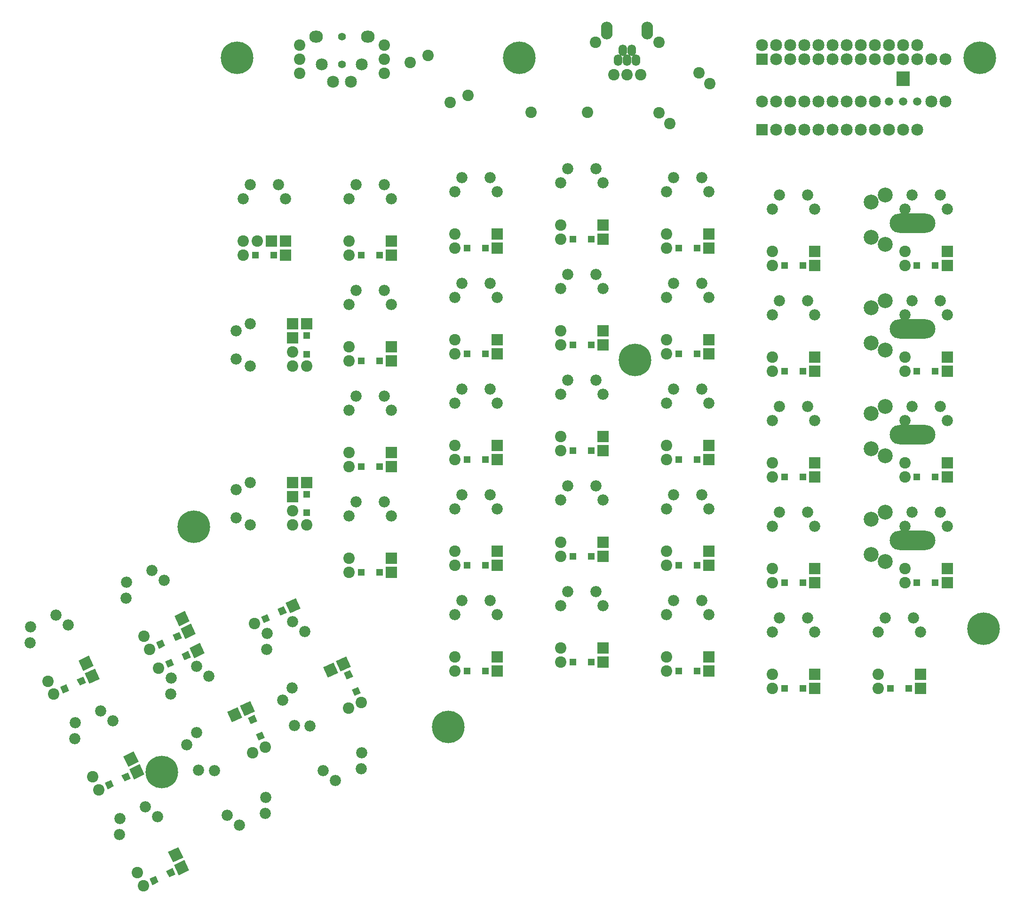
<source format=gbr>
G04 #@! TF.FileFunction,Soldermask,Top*
%FSLAX46Y46*%
G04 Gerber Fmt 4.6, Leading zero omitted, Abs format (unit mm)*
G04 Created by KiCad (PCBNEW 4.0.7) date *
%MOMM*%
%LPD*%
G01*
G04 APERTURE LIST*
%ADD10C,0.150000*%
%ADD11C,2.159000*%
%ADD12R,2.159000X2.159000*%
%ADD13C,1.498600*%
%ADD14C,2.057400*%
%ADD15R,2.057400X2.057400*%
%ADD16O,1.549400X2.057400*%
%ADD17O,2.108200X3.200400*%
%ADD18C,2.016400*%
%ADD19R,2.438400X1.422400*%
%ADD20O,2.463800X2.159000*%
%ADD21C,1.397000*%
%ADD22R,1.244600X1.244600*%
%ADD23C,2.687320*%
%ADD24O,8.242300X3.479800*%
%ADD25C,5.867400*%
G04 APERTURE END LIST*
D10*
D11*
X164465000Y-37465000D03*
X167005000Y-37465000D03*
X169545000Y-37465000D03*
X172085000Y-37465000D03*
X174625000Y-37465000D03*
X177165000Y-37465000D03*
X179705000Y-37465000D03*
X182245000Y-37465000D03*
X184785000Y-37465000D03*
X187325000Y-37465000D03*
X189865000Y-37465000D03*
X192405000Y-37465000D03*
X194945000Y-37465000D03*
D12*
X161925000Y-37465000D03*
D11*
X194945000Y-45085000D03*
X192405000Y-45085000D03*
D13*
X189865000Y-45085000D03*
X187325000Y-45085000D03*
X184785000Y-45085000D03*
D11*
X182245000Y-45085000D03*
X179705000Y-45085000D03*
X177165000Y-45085000D03*
X174625000Y-45085000D03*
X172085000Y-45085000D03*
X169545000Y-45085000D03*
X167005000Y-45085000D03*
X164465000Y-45085000D03*
X161925000Y-45085000D03*
D14*
X53341367Y-147187736D03*
D10*
G36*
X54985576Y-147107661D02*
X54459585Y-145979670D01*
X55587576Y-145453679D01*
X56113567Y-146581670D01*
X54985576Y-147107661D01*
X54985576Y-147107661D01*
G37*
G36*
X59749862Y-145334450D02*
X58880367Y-143469813D01*
X60745004Y-142600318D01*
X61614499Y-144464955D01*
X59749862Y-145334450D01*
X59749862Y-145334450D01*
G37*
G36*
X58001224Y-145701441D02*
X57475233Y-144573450D01*
X58603224Y-144047459D01*
X59129215Y-145175450D01*
X58001224Y-145701441D01*
X58001224Y-145701441D01*
G37*
D14*
X70605747Y-139135936D03*
D10*
G36*
X72249956Y-139055861D02*
X71723965Y-137927870D01*
X72851956Y-137401879D01*
X73377947Y-138529870D01*
X72249956Y-139055861D01*
X72249956Y-139055861D01*
G37*
G36*
X77014242Y-137282650D02*
X76144747Y-135418013D01*
X78009384Y-134548518D01*
X78878879Y-136413155D01*
X77014242Y-137282650D01*
X77014242Y-137282650D01*
G37*
G36*
X75265604Y-137649641D02*
X74739613Y-136521650D01*
X75867604Y-135995659D01*
X76393595Y-137123650D01*
X75265604Y-137649641D01*
X75265604Y-137649641D01*
G37*
D14*
X77470000Y-118755160D03*
D15*
X77470000Y-116215160D03*
D14*
X77470000Y-90180160D03*
D15*
X77470000Y-87640160D03*
D14*
X71120000Y-70180200D03*
D15*
X73660000Y-70180200D03*
D16*
X139242800Y-37553900D03*
X138442700Y-35806380D03*
X137642600Y-37553900D03*
X136842500Y-35806380D03*
X136042400Y-37553900D03*
D17*
X133995160Y-32230060D03*
X141290040Y-32230060D03*
D14*
X140055600Y-40259000D03*
X143357600Y-34417000D03*
X137642600Y-40259000D03*
X131927600Y-34417000D03*
X135229600Y-40259000D03*
D18*
X77434621Y-138754526D03*
X72753017Y-143740174D03*
X79659082Y-140519823D03*
X72830577Y-140901427D03*
X60170241Y-146806326D03*
X55488637Y-151791974D03*
X62394702Y-148571623D03*
X55566197Y-148953227D03*
X85176179Y-167376434D03*
X89857783Y-162390786D03*
X82951718Y-165611137D03*
X89780223Y-165229533D03*
X67909259Y-175425694D03*
X72590863Y-170440046D03*
X65684798Y-173660397D03*
X72513303Y-173278793D03*
D14*
X152499602Y-41810398D03*
X145315398Y-48994602D03*
X150594602Y-39905398D03*
X143410398Y-47089602D03*
X130492500Y-46990000D03*
X120332500Y-46990000D03*
X101817898Y-36730398D03*
X109002102Y-43914602D03*
X98642898Y-38000398D03*
X105827102Y-45184602D03*
X78740000Y-40005000D03*
X78740000Y-37465000D03*
X78740000Y-34925000D03*
X93980000Y-40005000D03*
X93980000Y-37465000D03*
X93980000Y-34925000D03*
D12*
X161925000Y-50165000D03*
D11*
X164465000Y-50165000D03*
X167005000Y-50165000D03*
X169545000Y-50165000D03*
X172085000Y-50165000D03*
X174625000Y-50165000D03*
X177165000Y-50165000D03*
X179705000Y-50165000D03*
X182245000Y-50165000D03*
X184785000Y-50165000D03*
X187325000Y-50165000D03*
X189865000Y-50165000D03*
X189865000Y-34925000D03*
X187325000Y-34925000D03*
X184785000Y-34925000D03*
X182245000Y-34925000D03*
X179705000Y-34925000D03*
X177165000Y-34925000D03*
X174625000Y-34925000D03*
X167005000Y-34925000D03*
X164465000Y-34925000D03*
X161925000Y-34925000D03*
X172085000Y-34925000D03*
X169545000Y-34925000D03*
D19*
X187325000Y-40322500D03*
X187325000Y-41592500D03*
D20*
X90957400Y-33375600D03*
D11*
X82702400Y-38379400D03*
X87909400Y-41478200D03*
D20*
X81661000Y-33375600D03*
D11*
X84709000Y-41478200D03*
X89916000Y-38379400D03*
D21*
X86309200Y-33375600D03*
X86309200Y-38379400D03*
D18*
X74930000Y-60020200D03*
X68580000Y-62560200D03*
X76200000Y-62560200D03*
X69850000Y-60020200D03*
D14*
X68580000Y-70180200D03*
D15*
X76200000Y-70180200D03*
D14*
X68580000Y-72720200D03*
D15*
X76200000Y-72720200D03*
D22*
X70726300Y-72720200D03*
X74053700Y-72720200D03*
D18*
X67310000Y-86370160D03*
X69850000Y-92720160D03*
X69850000Y-85100160D03*
X67310000Y-91450160D03*
D14*
X77470000Y-92720160D03*
D15*
X77470000Y-85100160D03*
D14*
X80010000Y-92720160D03*
D15*
X80010000Y-85100160D03*
D22*
X80010000Y-90573860D03*
X80010000Y-87246460D03*
D18*
X67310000Y-114945160D03*
X69850000Y-121295160D03*
X69850000Y-113675160D03*
X67310000Y-120025160D03*
D14*
X77470000Y-121295160D03*
D15*
X77470000Y-113675160D03*
D14*
X80010000Y-121295160D03*
D15*
X80010000Y-113675160D03*
D22*
X80010000Y-119148860D03*
X80010000Y-115821460D03*
D18*
X189230000Y-138122660D03*
X182880000Y-140662660D03*
X190500000Y-140662660D03*
X184150000Y-138122660D03*
D14*
X182880000Y-148282660D03*
D15*
X190500000Y-148282660D03*
D14*
X182880000Y-150822660D03*
D15*
X190500000Y-150822660D03*
D22*
X185026300Y-150822660D03*
X188353700Y-150822660D03*
D18*
X93980000Y-79067660D03*
X87630000Y-81607660D03*
X95250000Y-81607660D03*
X88900000Y-79067660D03*
D14*
X87630000Y-89227660D03*
D15*
X95250000Y-89227660D03*
D14*
X87630000Y-91767660D03*
D15*
X95250000Y-91767660D03*
D22*
X89776300Y-91767660D03*
X93103700Y-91767660D03*
D18*
X42903321Y-154855586D03*
X38221717Y-159841234D03*
X45127782Y-156620883D03*
X38299277Y-157002487D03*
D14*
X41442068Y-166747299D03*
D10*
G36*
X47850562Y-164894014D02*
X46981067Y-163029377D01*
X48845704Y-162159882D01*
X49715199Y-164024519D01*
X47850562Y-164894014D01*
X47850562Y-164894014D01*
G37*
D14*
X42515518Y-169049321D03*
D10*
G36*
X48924013Y-167196036D02*
X48054518Y-165331399D01*
X49919155Y-164461904D01*
X50788650Y-166326541D01*
X48924013Y-167196036D01*
X48924013Y-167196036D01*
G37*
G36*
X44159727Y-168969246D02*
X43633736Y-167841255D01*
X44761727Y-167315264D01*
X45287718Y-168443255D01*
X44159727Y-168969246D01*
X44159727Y-168969246D01*
G37*
G36*
X47175375Y-167563026D02*
X46649384Y-166435035D01*
X47777375Y-165909044D01*
X48303366Y-167037035D01*
X47175375Y-167563026D01*
X47175375Y-167563026D01*
G37*
D18*
X50955121Y-172122506D03*
X46273517Y-177108154D03*
X53179582Y-173887803D03*
X46351077Y-174269407D03*
D14*
X49493868Y-184014219D03*
D10*
G36*
X55902362Y-182160934D02*
X55032867Y-180296297D01*
X56897504Y-179426802D01*
X57766999Y-181291439D01*
X55902362Y-182160934D01*
X55902362Y-182160934D01*
G37*
D14*
X50567318Y-186316241D03*
D10*
G36*
X56975813Y-184462956D02*
X56106318Y-182598319D01*
X57970955Y-181728824D01*
X58840450Y-183593461D01*
X56975813Y-184462956D01*
X56975813Y-184462956D01*
G37*
G36*
X52211527Y-186236166D02*
X51685536Y-185108175D01*
X52813527Y-184582184D01*
X53339518Y-185710175D01*
X52211527Y-186236166D01*
X52211527Y-186236166D01*
G37*
G36*
X55227175Y-184829946D02*
X54701184Y-183701955D01*
X55829175Y-183175964D01*
X56355166Y-184303955D01*
X55227175Y-184829946D01*
X55227175Y-184829946D01*
G37*
D18*
X34854061Y-137591206D03*
X30172457Y-142576854D03*
X37078522Y-139356503D03*
X30250017Y-139738107D03*
D14*
X33392808Y-149482919D03*
D10*
G36*
X39801302Y-147629634D02*
X38931807Y-145764997D01*
X40796444Y-144895502D01*
X41665939Y-146760139D01*
X39801302Y-147629634D01*
X39801302Y-147629634D01*
G37*
D14*
X34466258Y-151784941D03*
D10*
G36*
X40874753Y-149931656D02*
X40005258Y-148067019D01*
X41869895Y-147197524D01*
X42739390Y-149062161D01*
X40874753Y-149931656D01*
X40874753Y-149931656D01*
G37*
G36*
X36110467Y-151704866D02*
X35584476Y-150576875D01*
X36712467Y-150050884D01*
X37238458Y-151178875D01*
X36110467Y-151704866D01*
X36110467Y-151704866D01*
G37*
G36*
X39126115Y-150298646D02*
X38600124Y-149170655D01*
X39728115Y-148644664D01*
X40254106Y-149772655D01*
X39126115Y-150298646D01*
X39126115Y-150298646D01*
G37*
D18*
X52118441Y-129541946D03*
X47436837Y-134527594D03*
X54342902Y-131307243D03*
X47514397Y-131688847D03*
D14*
X50657188Y-141433659D03*
D10*
G36*
X57065682Y-139580374D02*
X56196187Y-137715737D01*
X58060824Y-136846242D01*
X58930319Y-138710879D01*
X57065682Y-139580374D01*
X57065682Y-139580374D01*
G37*
D14*
X51730638Y-143735681D03*
D10*
G36*
X58139133Y-141882396D02*
X57269638Y-140017759D01*
X59134275Y-139148264D01*
X60003770Y-141012901D01*
X58139133Y-141882396D01*
X58139133Y-141882396D01*
G37*
G36*
X53374847Y-143655606D02*
X52848856Y-142527615D01*
X53976847Y-142001624D01*
X54502838Y-143129615D01*
X53374847Y-143655606D01*
X53374847Y-143655606D01*
G37*
G36*
X56390495Y-142249386D02*
X55864504Y-141121395D01*
X56992495Y-140595404D01*
X57518486Y-141723395D01*
X56390495Y-142249386D01*
X56390495Y-142249386D01*
G37*
D18*
X170180000Y-61925200D03*
X163830000Y-64465200D03*
X171450000Y-64465200D03*
X165100000Y-61925200D03*
D14*
X163830000Y-72085200D03*
D15*
X171450000Y-72085200D03*
D14*
X163830000Y-74625200D03*
D15*
X171450000Y-74625200D03*
D22*
X165976300Y-74625200D03*
X169303700Y-74625200D03*
D18*
X151130000Y-58747660D03*
X144780000Y-61287660D03*
X152400000Y-61287660D03*
X146050000Y-58747660D03*
D14*
X144780000Y-68907660D03*
D15*
X152400000Y-68907660D03*
D14*
X144780000Y-71447660D03*
D15*
X152400000Y-71447660D03*
D22*
X146926300Y-71447660D03*
X150253700Y-71447660D03*
D18*
X132080000Y-57150000D03*
X125730000Y-59690000D03*
X133350000Y-59690000D03*
X127000000Y-57150000D03*
D14*
X125730000Y-67310000D03*
D15*
X133350000Y-67310000D03*
D14*
X125730000Y-69850000D03*
D15*
X133350000Y-69850000D03*
D22*
X127876300Y-69850000D03*
X131203700Y-69850000D03*
D18*
X113030000Y-58747660D03*
X106680000Y-61287660D03*
X114300000Y-61287660D03*
X107950000Y-58747660D03*
D14*
X106680000Y-68907660D03*
D15*
X114300000Y-68907660D03*
D14*
X106680000Y-71447660D03*
D15*
X114300000Y-71447660D03*
D22*
X108826300Y-71447660D03*
X112153700Y-71447660D03*
D18*
X151130000Y-134947660D03*
X144780000Y-137487660D03*
X152400000Y-137487660D03*
X146050000Y-134947660D03*
D14*
X144780000Y-145107660D03*
D15*
X152400000Y-145107660D03*
D14*
X144780000Y-147647660D03*
D15*
X152400000Y-147647660D03*
D22*
X146926300Y-147647660D03*
X150253700Y-147647660D03*
D18*
X170180000Y-80972660D03*
X163830000Y-83512660D03*
X171450000Y-83512660D03*
X165100000Y-80972660D03*
D14*
X163830000Y-91132660D03*
D15*
X171450000Y-91132660D03*
D14*
X163830000Y-93672660D03*
D15*
X171450000Y-93672660D03*
D22*
X165976300Y-93672660D03*
X169303700Y-93672660D03*
D18*
X132080000Y-76200000D03*
X125730000Y-78740000D03*
X133350000Y-78740000D03*
X127000000Y-76200000D03*
D14*
X125730000Y-86360000D03*
D15*
X133350000Y-86360000D03*
D14*
X125730000Y-88900000D03*
D15*
X133350000Y-88900000D03*
D22*
X127876300Y-88900000D03*
X131203700Y-88900000D03*
D18*
X113030000Y-77797660D03*
X106680000Y-80337660D03*
X114300000Y-80337660D03*
X107950000Y-77797660D03*
D14*
X106680000Y-87957660D03*
D15*
X114300000Y-87957660D03*
D14*
X106680000Y-90497660D03*
D15*
X114300000Y-90497660D03*
D22*
X108826300Y-90497660D03*
X112153700Y-90497660D03*
D18*
X170180000Y-100022660D03*
X163830000Y-102562660D03*
X171450000Y-102562660D03*
X165100000Y-100022660D03*
D14*
X163830000Y-110182660D03*
D15*
X171450000Y-110182660D03*
D14*
X163830000Y-112722660D03*
D15*
X171450000Y-112722660D03*
D22*
X165976300Y-112722660D03*
X169303700Y-112722660D03*
D18*
X151130000Y-96847660D03*
X144780000Y-99387660D03*
X152400000Y-99387660D03*
X146050000Y-96847660D03*
D14*
X144780000Y-107007660D03*
D15*
X152400000Y-107007660D03*
D14*
X144780000Y-109547660D03*
D15*
X152400000Y-109547660D03*
D22*
X146926300Y-109547660D03*
X150253700Y-109547660D03*
D18*
X132080000Y-95250000D03*
X125730000Y-97790000D03*
X133350000Y-97790000D03*
X127000000Y-95250000D03*
D14*
X125730000Y-105410000D03*
D15*
X133350000Y-105410000D03*
D14*
X125730000Y-107950000D03*
D15*
X133350000Y-107950000D03*
D22*
X127876300Y-107950000D03*
X131203700Y-107950000D03*
D18*
X113030000Y-96847660D03*
X106680000Y-99387660D03*
X114300000Y-99387660D03*
X107950000Y-96847660D03*
D14*
X106680000Y-107007660D03*
D15*
X114300000Y-107007660D03*
D14*
X106680000Y-109547660D03*
D15*
X114300000Y-109547660D03*
D22*
X108826300Y-109547660D03*
X112153700Y-109547660D03*
D18*
X93980000Y-98117660D03*
X87630000Y-100657660D03*
X95250000Y-100657660D03*
X88900000Y-98117660D03*
D14*
X87630000Y-108277660D03*
D15*
X95250000Y-108277660D03*
D14*
X87630000Y-110817660D03*
D15*
X95250000Y-110817660D03*
D22*
X89776300Y-110817660D03*
X93103700Y-110817660D03*
D18*
X170180000Y-119072660D03*
X163830000Y-121612660D03*
X171450000Y-121612660D03*
X165100000Y-119072660D03*
D14*
X163830000Y-129232660D03*
D15*
X171450000Y-129232660D03*
D14*
X163830000Y-131772660D03*
D15*
X171450000Y-131772660D03*
D22*
X165976300Y-131772660D03*
X169303700Y-131772660D03*
D18*
X151130000Y-115897660D03*
X144780000Y-118437660D03*
X152400000Y-118437660D03*
X146050000Y-115897660D03*
D14*
X144780000Y-126057660D03*
D15*
X152400000Y-126057660D03*
D14*
X144780000Y-128597660D03*
D15*
X152400000Y-128597660D03*
D22*
X146926300Y-128597660D03*
X150253700Y-128597660D03*
D18*
X132080000Y-114300000D03*
X125730000Y-116840000D03*
X133350000Y-116840000D03*
X127000000Y-114300000D03*
D14*
X125730000Y-124460000D03*
D15*
X133350000Y-124460000D03*
D14*
X125730000Y-127000000D03*
D15*
X133350000Y-127000000D03*
D22*
X127876300Y-127000000D03*
X131203700Y-127000000D03*
D18*
X113030000Y-115897660D03*
X106680000Y-118437660D03*
X114300000Y-118437660D03*
X107950000Y-115897660D03*
D14*
X106680000Y-126057660D03*
D15*
X114300000Y-126057660D03*
D14*
X106680000Y-128597660D03*
D15*
X114300000Y-128597660D03*
D22*
X108826300Y-128597660D03*
X112153700Y-128597660D03*
D18*
X93980000Y-117167660D03*
X87630000Y-119707660D03*
X95250000Y-119707660D03*
X88900000Y-117167660D03*
D14*
X87630000Y-127327660D03*
D15*
X95250000Y-127327660D03*
D14*
X87630000Y-129867660D03*
D15*
X95250000Y-129867660D03*
D22*
X89776300Y-129867660D03*
X93103700Y-129867660D03*
D18*
X170180000Y-138122660D03*
X163830000Y-140662660D03*
X171450000Y-140662660D03*
X165100000Y-138122660D03*
D14*
X163830000Y-148282660D03*
D15*
X171450000Y-148282660D03*
D14*
X163830000Y-150822660D03*
D15*
X171450000Y-150822660D03*
D22*
X165976300Y-150822660D03*
X169303700Y-150822660D03*
D18*
X132080000Y-133350000D03*
X125730000Y-135890000D03*
X133350000Y-135890000D03*
X127000000Y-133350000D03*
D14*
X125730000Y-143510000D03*
D15*
X133350000Y-143510000D03*
D14*
X125730000Y-146050000D03*
D15*
X133350000Y-146050000D03*
D22*
X127876300Y-146050000D03*
X131203700Y-146050000D03*
D18*
X113030000Y-134947660D03*
X106680000Y-137487660D03*
X114300000Y-137487660D03*
X107950000Y-134947660D03*
D14*
X106680000Y-145107660D03*
D15*
X114300000Y-145107660D03*
D14*
X106680000Y-147647660D03*
D15*
X114300000Y-147647660D03*
D22*
X108826300Y-147647660D03*
X112153700Y-147647660D03*
D18*
X75625366Y-152910359D03*
X80611014Y-157591963D03*
X77390663Y-150685898D03*
X77772267Y-157514403D03*
D14*
X87517079Y-154371612D03*
D10*
G36*
X85663794Y-147963118D02*
X83799157Y-148832613D01*
X82929662Y-146967976D01*
X84794299Y-146098481D01*
X85663794Y-147963118D01*
X85663794Y-147963118D01*
G37*
D14*
X89819101Y-153298162D03*
D10*
G36*
X87965816Y-146889667D02*
X86101179Y-147759162D01*
X85231684Y-145894525D01*
X87096321Y-145025030D01*
X87965816Y-146889667D01*
X87965816Y-146889667D01*
G37*
G36*
X89739026Y-151653953D02*
X88611035Y-152179944D01*
X88085044Y-151051953D01*
X89213035Y-150525962D01*
X89739026Y-151653953D01*
X89739026Y-151653953D01*
G37*
G36*
X88332806Y-148638305D02*
X87204815Y-149164296D01*
X86678824Y-148036305D01*
X87806815Y-147510314D01*
X88332806Y-148638305D01*
X88332806Y-148638305D01*
G37*
D18*
X58360986Y-160962159D03*
X63346634Y-165643763D03*
X60126283Y-158737698D03*
X60507887Y-165566203D03*
D14*
X70252699Y-162423412D03*
D10*
G36*
X68399414Y-156014918D02*
X66534777Y-156884413D01*
X65665282Y-155019776D01*
X67529919Y-154150281D01*
X68399414Y-156014918D01*
X68399414Y-156014918D01*
G37*
D14*
X72554721Y-161349962D03*
D10*
G36*
X70701436Y-154941467D02*
X68836799Y-155810962D01*
X67967304Y-153946325D01*
X69831941Y-153076830D01*
X70701436Y-154941467D01*
X70701436Y-154941467D01*
G37*
G36*
X72474646Y-159705753D02*
X71346655Y-160231744D01*
X70820664Y-159103753D01*
X71948655Y-158577762D01*
X72474646Y-159705753D01*
X72474646Y-159705753D01*
G37*
G36*
X71068426Y-156690105D02*
X69940435Y-157216096D01*
X69414444Y-156088105D01*
X70542435Y-155562114D01*
X71068426Y-156690105D01*
X71068426Y-156690105D01*
G37*
D18*
X151130000Y-77797660D03*
X144780000Y-80337660D03*
X152400000Y-80337660D03*
X146050000Y-77797660D03*
D14*
X144780000Y-87957660D03*
D15*
X152400000Y-87957660D03*
D14*
X144780000Y-90497660D03*
D15*
X152400000Y-90497660D03*
D22*
X146926300Y-90497660D03*
X150253700Y-90497660D03*
D18*
X93980000Y-60020200D03*
X87630000Y-62560200D03*
X95250000Y-62560200D03*
X88900000Y-60020200D03*
D14*
X87630000Y-70180200D03*
D15*
X95250000Y-70180200D03*
D14*
X87630000Y-72720200D03*
D15*
X95250000Y-72720200D03*
D22*
X89776300Y-72720200D03*
X93103700Y-72720200D03*
D18*
X193992500Y-61925200D03*
X187642500Y-64465200D03*
X195262500Y-64465200D03*
X188912500Y-61925200D03*
D14*
X187642500Y-72085200D03*
D15*
X195262500Y-72085200D03*
D14*
X187642500Y-74625200D03*
D15*
X195262500Y-74625200D03*
D22*
X189788800Y-74625200D03*
X193116200Y-74625200D03*
D23*
X181610000Y-63195200D03*
X184150000Y-61925200D03*
X184150000Y-70815200D03*
X181610000Y-69545200D03*
D24*
X189069980Y-67005200D03*
D18*
X193992500Y-80972660D03*
X187642500Y-83512660D03*
X195262500Y-83512660D03*
X188912500Y-80972660D03*
D14*
X187642500Y-91132660D03*
D15*
X195262500Y-91132660D03*
D14*
X187642500Y-93672660D03*
D15*
X195262500Y-93672660D03*
D22*
X189788800Y-93672660D03*
X193116200Y-93672660D03*
D23*
X181610000Y-82242660D03*
X184150000Y-80972660D03*
X184150000Y-89862660D03*
X181610000Y-88592660D03*
D24*
X189069980Y-86052660D03*
D18*
X193992500Y-100022660D03*
X187642500Y-102562660D03*
X195262500Y-102562660D03*
X188912500Y-100022660D03*
D14*
X187642500Y-110182660D03*
D15*
X195262500Y-110182660D03*
D14*
X187642500Y-112722660D03*
D15*
X195262500Y-112722660D03*
D22*
X189788800Y-112722660D03*
X193116200Y-112722660D03*
D23*
X181610000Y-101292660D03*
X184150000Y-100022660D03*
X184150000Y-108912660D03*
X181610000Y-107642660D03*
D24*
X189069980Y-105102660D03*
D18*
X193992500Y-119072660D03*
X187642500Y-121612660D03*
X195262500Y-121612660D03*
X188912500Y-119072660D03*
D14*
X187642500Y-129232660D03*
D15*
X195262500Y-129232660D03*
D14*
X187642500Y-131772660D03*
D15*
X195262500Y-131772660D03*
D22*
X189788800Y-131772660D03*
X193116200Y-131772660D03*
D23*
X181610000Y-120342660D03*
X184150000Y-119072660D03*
X184150000Y-127962660D03*
X181610000Y-126692660D03*
D24*
X189069980Y-124152660D03*
D25*
X53898800Y-165836600D03*
X59664600Y-121666000D03*
X105435400Y-157759400D03*
X201777600Y-140055600D03*
X139039600Y-91592400D03*
X201142600Y-37134800D03*
X118211600Y-37134800D03*
X67411600Y-37134800D03*
M02*

</source>
